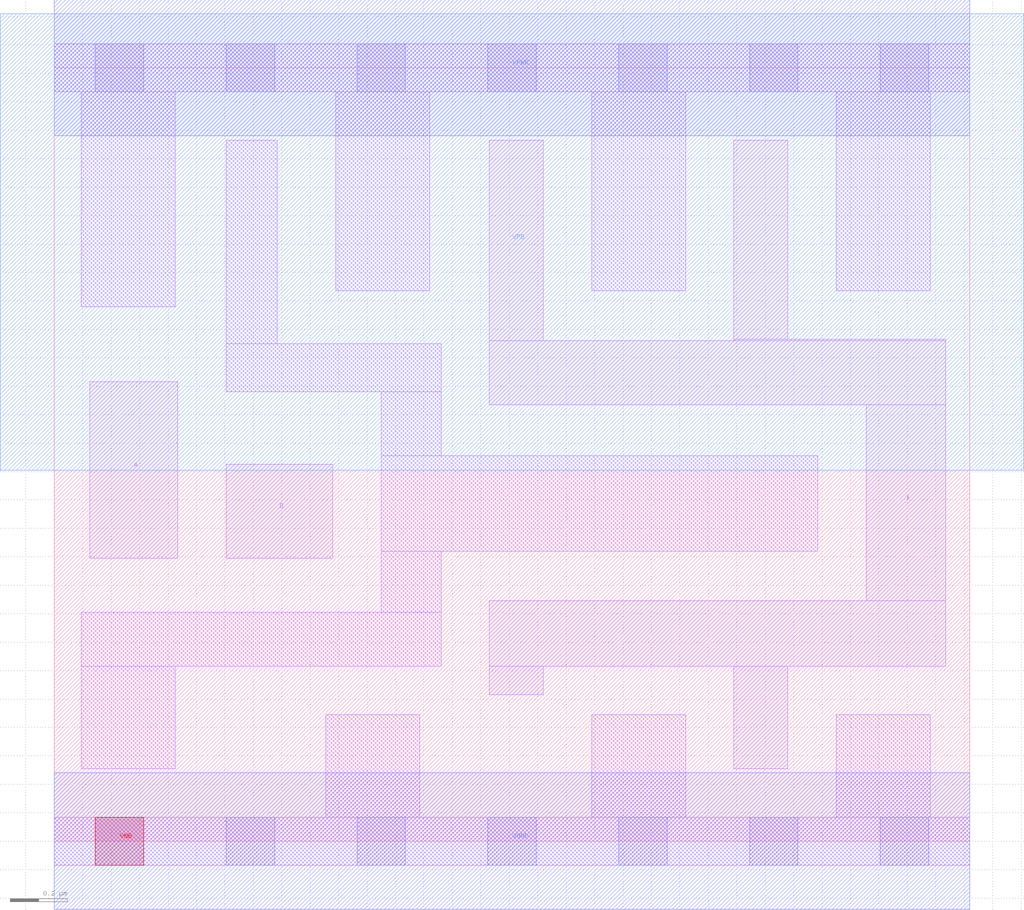
<source format=lef>
# Copyright 2020 The SkyWater PDK Authors
#
# Licensed under the Apache License, Version 2.0 (the "License");
# you may not use this file except in compliance with the License.
# You may obtain a copy of the License at
#
#     https://www.apache.org/licenses/LICENSE-2.0
#
# Unless required by applicable law or agreed to in writing, software
# distributed under the License is distributed on an "AS IS" BASIS,
# WITHOUT WARRANTIES OR CONDITIONS OF ANY KIND, either express or implied.
# See the License for the specific language governing permissions and
# limitations under the License.
#
# SPDX-License-Identifier: Apache-2.0

VERSION 5.7 ;
  NOWIREEXTENSIONATPIN ON ;
  DIVIDERCHAR "/" ;
  BUSBITCHARS "[]" ;
MACRO sky130_fd_sc_hd__and2_4
  CLASS CORE ;
  FOREIGN sky130_fd_sc_hd__and2_4 ;
  ORIGIN  0.000000  0.000000 ;
  SIZE  3.220000 BY  2.720000 ;
  SYMMETRY X Y R90 ;
  SITE unithd ;
  PIN A
    ANTENNAGATEAREA  0.247500 ;
    DIRECTION INPUT ;
    USE SIGNAL ;
    PORT
      LAYER li1 ;
        RECT 0.125000 0.995000 0.435000 1.615000 ;
    END
  END A
  PIN B
    ANTENNAGATEAREA  0.247500 ;
    DIRECTION INPUT ;
    USE SIGNAL ;
    PORT
      LAYER li1 ;
        RECT 0.605000 0.995000 0.980000 1.325000 ;
    END
  END B
  PIN X
    ANTENNADIFFAREA  0.924000 ;
    DIRECTION OUTPUT ;
    USE SIGNAL ;
    PORT
      LAYER li1 ;
        RECT 1.530000 0.515000 1.720000 0.615000 ;
        RECT 1.530000 0.615000 3.135000 0.845000 ;
        RECT 1.530000 1.535000 3.135000 1.760000 ;
        RECT 1.530000 1.760000 1.720000 2.465000 ;
        RECT 2.390000 0.255000 2.580000 0.615000 ;
        RECT 2.390000 1.760000 3.135000 1.765000 ;
        RECT 2.390000 1.765000 2.580000 2.465000 ;
        RECT 2.855000 0.845000 3.135000 1.535000 ;
    END
  END X
  PIN VGND
    DIRECTION INOUT ;
    SHAPE ABUTMENT ;
    USE GROUND ;
    PORT
      LAYER met1 ;
        RECT 0.000000 -0.240000 3.220000 0.240000 ;
    END
  END VGND
  PIN VNB
    DIRECTION INOUT ;
    USE GROUND ;
    PORT
      LAYER pwell ;
        RECT 0.145000 -0.085000 0.315000 0.085000 ;
    END
  END VNB
  PIN VPB
    DIRECTION INOUT ;
    USE POWER ;
    PORT
      LAYER nwell ;
        RECT -0.190000 1.305000 3.410000 2.910000 ;
    END
  END VPB
  PIN VPWR
    DIRECTION INOUT ;
    SHAPE ABUTMENT ;
    USE POWER ;
    PORT
      LAYER met1 ;
        RECT 0.000000 2.480000 3.220000 2.960000 ;
    END
  END VPWR
  OBS
    LAYER li1 ;
      RECT 0.000000 -0.085000 3.220000 0.085000 ;
      RECT 0.000000  2.635000 3.220000 2.805000 ;
      RECT 0.095000  0.255000 0.425000 0.615000 ;
      RECT 0.095000  0.615000 1.360000 0.805000 ;
      RECT 0.095000  1.880000 0.425000 2.635000 ;
      RECT 0.605000  1.580000 1.360000 1.750000 ;
      RECT 0.605000  1.750000 0.785000 2.465000 ;
      RECT 0.955000  0.085000 1.285000 0.445000 ;
      RECT 0.990000  1.935000 1.320000 2.635000 ;
      RECT 1.150000  0.805000 1.360000 1.020000 ;
      RECT 1.150000  1.020000 2.685000 1.355000 ;
      RECT 1.150000  1.355000 1.360000 1.580000 ;
      RECT 1.890000  0.085000 2.220000 0.445000 ;
      RECT 1.890000  1.935000 2.220000 2.635000 ;
      RECT 2.750000  0.085000 3.080000 0.445000 ;
      RECT 2.750000  1.935000 3.080000 2.635000 ;
    LAYER mcon ;
      RECT 0.145000 -0.085000 0.315000 0.085000 ;
      RECT 0.145000  2.635000 0.315000 2.805000 ;
      RECT 0.605000 -0.085000 0.775000 0.085000 ;
      RECT 0.605000  2.635000 0.775000 2.805000 ;
      RECT 1.065000 -0.085000 1.235000 0.085000 ;
      RECT 1.065000  2.635000 1.235000 2.805000 ;
      RECT 1.525000 -0.085000 1.695000 0.085000 ;
      RECT 1.525000  2.635000 1.695000 2.805000 ;
      RECT 1.985000 -0.085000 2.155000 0.085000 ;
      RECT 1.985000  2.635000 2.155000 2.805000 ;
      RECT 2.445000 -0.085000 2.615000 0.085000 ;
      RECT 2.445000  2.635000 2.615000 2.805000 ;
      RECT 2.905000 -0.085000 3.075000 0.085000 ;
      RECT 2.905000  2.635000 3.075000 2.805000 ;
  END
END sky130_fd_sc_hd__and2_4
END LIBRARY

</source>
